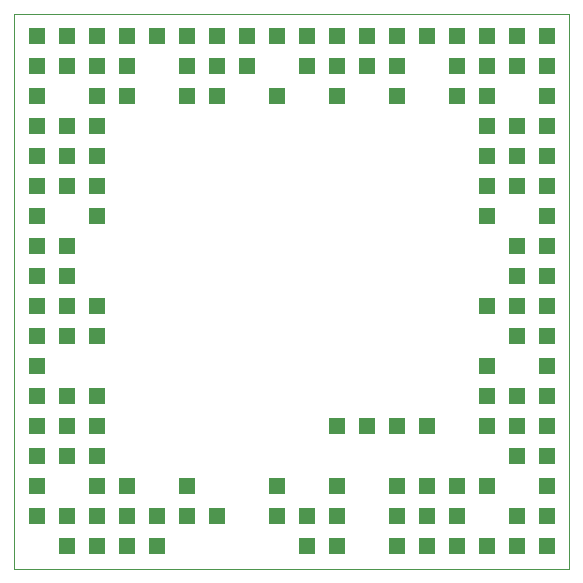
<source format=gbr>
G04 This is an RS-274x file exported by *
G04 gerbv version 2.7.0 *
G04 More information is available about gerbv at *
G04 http://gerbv.geda-project.org/ *
G04 --End of header info--*
%MOIN*%
%FSLAX36Y36*%
%IPPOS*%
G04 --Define apertures--*
%ADD10C,0.0020*%
%ADD11R,0.0571X0.0571*%
G04 --Start main section--*
G54D10*
G01X6244094Y-3627559D02*
G01X4395669Y-3627559D01*
G01X4395669Y-3627992D02*
G01X4395669Y-5477992D01*
G01X4395669Y-5477992D02*
G01X6244094Y-5477992D01*
G01X6244094Y-5477992D02*
G01X6244094Y-3627992D01*
G54D11*
G01X5470441Y-5002992D03*
G01X5570441Y-5002992D03*
G01X5670441Y-5002992D03*
G01X5770441Y-5002992D03*
G01X6170441Y-3702992D03*
G01X6170441Y-5402992D03*
G01X5770441Y-5302992D03*
G01X5770441Y-5402992D03*
G01X5870441Y-5402992D03*
G01X5870441Y-5302992D03*
G01X5870441Y-5202992D03*
G01X5770441Y-5202992D03*
G01X6170441Y-5302992D03*
G01X6170441Y-5202992D03*
G01X6170441Y-5102992D03*
G01X6170441Y-5002992D03*
G01X6170441Y-4902992D03*
G01X6170441Y-4802992D03*
G01X6170441Y-4702992D03*
G01X6170441Y-4602992D03*
G01X6170441Y-4502992D03*
G01X6170441Y-4402992D03*
G01X6170441Y-4302992D03*
G01X6070441Y-4402992D03*
G01X6070441Y-4502992D03*
G01X6070441Y-4602992D03*
G01X6070441Y-4702992D03*
G01X6070441Y-4902992D03*
G01X6070441Y-5002992D03*
G01X6070441Y-5102992D03*
G01X6070441Y-5302992D03*
G01X6070441Y-5402992D03*
G01X5970441Y-5402992D03*
G01X5970441Y-5202992D03*
G01X5970441Y-5002992D03*
G01X5970441Y-4902992D03*
G01X5970441Y-4802992D03*
G01X5970441Y-4602992D03*
G01X5970441Y-4302992D03*
G01X6170441Y-4202992D03*
G01X6070441Y-4202992D03*
G01X5970441Y-4202992D03*
G01X6170441Y-4102992D03*
G01X6070441Y-4102992D03*
G01X5970441Y-4102992D03*
G01X6170441Y-4002992D03*
G01X6070441Y-4002992D03*
G01X5970441Y-4002992D03*
G01X6170441Y-3902992D03*
G01X6170441Y-3802992D03*
G01X6070441Y-3802992D03*
G01X5970441Y-3902992D03*
G01X5970441Y-3802992D03*
G01X5870441Y-3902992D03*
G01X5870441Y-3802992D03*
G01X4570441Y-5302992D03*
G01X4570441Y-5402992D03*
G01X4670441Y-5402992D03*
G01X4670441Y-5302992D03*
G01X4670441Y-5202992D03*
G01X4670441Y-5102992D03*
G01X4570441Y-5102992D03*
G01X4670441Y-5002992D03*
G01X4570441Y-5002992D03*
G01X6070441Y-3702992D03*
G01X5970441Y-3702992D03*
G01X5870441Y-3702992D03*
G01X5770441Y-3702992D03*
G01X4470441Y-5302992D03*
G01X4470441Y-5202992D03*
G01X4470441Y-5102992D03*
G01X4470441Y-5002992D03*
G01X4770441Y-5202992D03*
G01X4970441Y-5202992D03*
G01X5270441Y-5202992D03*
G01X5470441Y-5202992D03*
G01X5470441Y-5302992D03*
G01X5370441Y-5302992D03*
G01X5270441Y-5302992D03*
G01X5070441Y-5302992D03*
G01X4970441Y-5302992D03*
G01X4870441Y-5302992D03*
G01X4770441Y-5302992D03*
G01X4670441Y-4002992D03*
G01X4670441Y-4102992D03*
G01X4670441Y-4202992D03*
G01X4670441Y-4302992D03*
G01X4670441Y-4602992D03*
G01X4670441Y-4702992D03*
G01X4470441Y-4902992D03*
G01X4670441Y-3902992D03*
G01X4770441Y-3902992D03*
G01X4970441Y-3902992D03*
G01X5070441Y-3902992D03*
G01X5270441Y-3902992D03*
G01X5470441Y-3902992D03*
G01X4470441Y-3902992D03*
G01X5670441Y-3902992D03*
G01X4670441Y-4902992D03*
G01X4770441Y-5402992D03*
G01X4870441Y-5402992D03*
G01X5370441Y-5402992D03*
G01X5470441Y-5402992D03*
G01X5670441Y-5402992D03*
G01X4570441Y-4902992D03*
G01X4570441Y-4002992D03*
G01X4570441Y-4102992D03*
G01X4570441Y-4202992D03*
G01X4570441Y-4402992D03*
G01X4570441Y-4502992D03*
G01X4570441Y-4602992D03*
G01X4570441Y-4702992D03*
G01X5670441Y-5302992D03*
G01X5670441Y-5202992D03*
G01X5570441Y-3802992D03*
G01X5470441Y-3802992D03*
G01X5370441Y-3802992D03*
G01X5170441Y-3802992D03*
G01X5070441Y-3802992D03*
G01X4970441Y-3802992D03*
G01X4770441Y-3802992D03*
G01X4670441Y-3802992D03*
G01X4570441Y-3802992D03*
G01X4470441Y-3802992D03*
G01X4470441Y-4002992D03*
G01X4470441Y-4102992D03*
G01X4470441Y-4202992D03*
G01X4470441Y-4302992D03*
G01X4470441Y-4402992D03*
G01X4470441Y-4502992D03*
G01X4470441Y-4602992D03*
G01X4470441Y-4702992D03*
G01X4470441Y-4802992D03*
G01X5670441Y-3802992D03*
G01X5670441Y-3702992D03*
G01X5570441Y-3702992D03*
G01X5470441Y-3702992D03*
G01X5370441Y-3702992D03*
G01X5270441Y-3702992D03*
G01X5170441Y-3702992D03*
G01X5070441Y-3702992D03*
G01X4970441Y-3702992D03*
G01X4870441Y-3702992D03*
G01X4770441Y-3702992D03*
G01X4670441Y-3702992D03*
G01X4570441Y-3702992D03*
G01X4470441Y-3702992D03*
M02*

</source>
